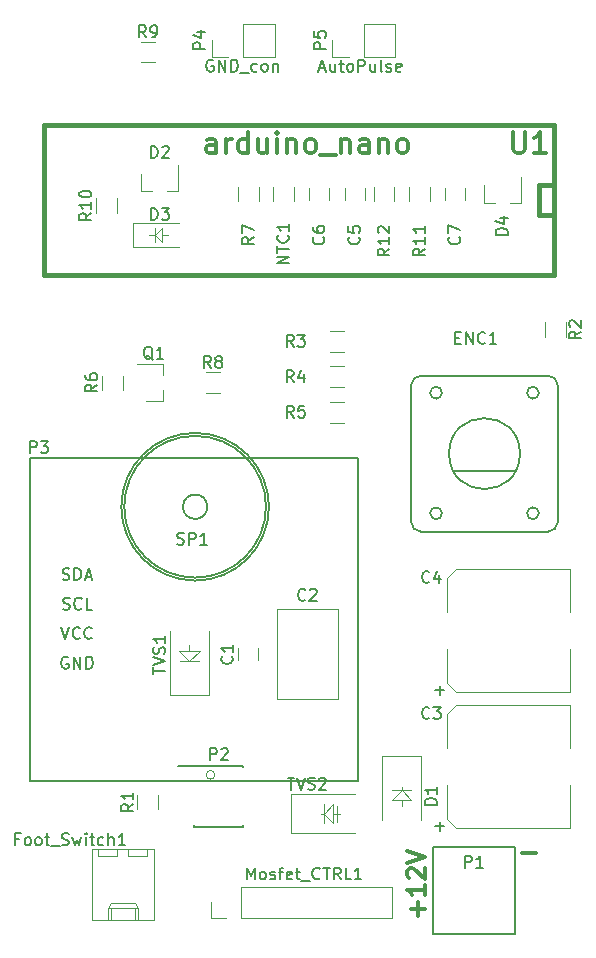
<source format=gbr>
G04 #@! TF.FileFunction,Legend,Top*
%FSLAX46Y46*%
G04 Gerber Fmt 4.6, Leading zero omitted, Abs format (unit mm)*
G04 Created by KiCad (PCBNEW 4.0.4-stable) date 08/18/21 08:25:54*
%MOMM*%
%LPD*%
G01*
G04 APERTURE LIST*
%ADD10C,0.100000*%
%ADD11C,0.300000*%
%ADD12C,0.381000*%
%ADD13C,0.120000*%
%ADD14C,0.150000*%
%ADD15C,0.200000*%
%ADD16C,0.304800*%
G04 APERTURE END LIST*
D10*
X87660555Y-117200000D02*
G75*
G03X87660555Y-117200000I-360555J0D01*
G01*
X82600000Y-71500000D02*
X82100000Y-71500000D01*
X83200000Y-71500000D02*
X83700000Y-71500000D01*
X83200000Y-72100000D02*
X82600000Y-71500000D01*
X83200000Y-70900000D02*
X83200000Y-72100000D01*
X82600000Y-71500000D02*
X83200000Y-70900000D01*
X82600000Y-72100000D02*
X82600000Y-70900000D01*
X103500000Y-118500000D02*
X103500000Y-118200000D01*
X103500000Y-119300000D02*
X103500000Y-119800000D01*
X102700000Y-119300000D02*
X103500000Y-118500000D01*
X104300000Y-119300000D02*
X102700000Y-119300000D01*
X103500000Y-118500000D02*
X104300000Y-119300000D01*
X102700000Y-118500000D02*
X104300000Y-118500000D01*
X96900000Y-120500000D02*
X96700000Y-120500000D01*
X97700000Y-120500000D02*
X98300000Y-120500000D01*
X97700000Y-121300000D02*
X96900000Y-120500000D01*
X97700000Y-119700000D02*
X97700000Y-121300000D01*
X96900000Y-120500000D02*
X97700000Y-119700000D01*
X96900000Y-119700000D02*
X96900000Y-121300000D01*
X98000000Y-121200000D02*
X98000000Y-119800000D01*
X85500000Y-106700000D02*
X85500000Y-106200000D01*
X86400000Y-106700000D02*
X85500000Y-107600000D01*
X86300000Y-106700000D02*
X86400000Y-106700000D01*
X86200000Y-106700000D02*
X86300000Y-106700000D01*
X84600000Y-106700000D02*
X86200000Y-106700000D01*
X85500000Y-107600000D02*
X84600000Y-106700000D01*
X84700000Y-107600000D02*
X86300000Y-107600000D01*
D11*
X113678572Y-123857143D02*
X114821429Y-123857143D01*
X104857143Y-129142856D02*
X104857143Y-127999999D01*
X105428571Y-128571428D02*
X104285714Y-128571428D01*
X105428571Y-126499999D02*
X105428571Y-127357142D01*
X105428571Y-126928570D02*
X103928571Y-126928570D01*
X104142857Y-127071427D01*
X104285714Y-127214285D01*
X104357143Y-127357142D01*
X104071429Y-125928571D02*
X104000000Y-125857142D01*
X103928571Y-125714285D01*
X103928571Y-125357142D01*
X104000000Y-125214285D01*
X104071429Y-125142856D01*
X104214286Y-125071428D01*
X104357143Y-125071428D01*
X104571429Y-125142856D01*
X105428571Y-125999999D01*
X105428571Y-125071428D01*
X103928571Y-124642857D02*
X105428571Y-124142857D01*
X103928571Y-123642857D01*
D12*
X116360000Y-74850000D02*
X73180000Y-74850000D01*
X73180000Y-74850000D02*
X73180000Y-62150000D01*
X73180000Y-62150000D02*
X116360000Y-62150000D01*
X116360000Y-62150000D02*
X116360000Y-74850000D01*
X116360000Y-67230000D02*
X115090000Y-67230000D01*
X115090000Y-67230000D02*
X115090000Y-69770000D01*
X115090000Y-69770000D02*
X116360000Y-69770000D01*
D13*
X90070000Y-56390000D02*
X92730000Y-56390000D01*
X92730000Y-56390000D02*
X92730000Y-53610000D01*
X92730000Y-53610000D02*
X90070000Y-53610000D01*
X90070000Y-53610000D02*
X90070000Y-56390000D01*
X88800000Y-56390000D02*
X87410000Y-56390000D01*
X87410000Y-56390000D02*
X87410000Y-55000000D01*
X100270000Y-56390000D02*
X102930000Y-56390000D01*
X102930000Y-56390000D02*
X102930000Y-53610000D01*
X102930000Y-53610000D02*
X100270000Y-53610000D01*
X100270000Y-53610000D02*
X100270000Y-56390000D01*
X99000000Y-56390000D02*
X97610000Y-56390000D01*
X97610000Y-56390000D02*
X97610000Y-55000000D01*
X77230000Y-123480000D02*
X77230000Y-129480000D01*
X77230000Y-129480000D02*
X82510000Y-129480000D01*
X82510000Y-129480000D02*
X82510000Y-123480000D01*
X82510000Y-123480000D02*
X77230000Y-123480000D01*
X78600000Y-129480000D02*
X78600000Y-128480000D01*
X78600000Y-128480000D02*
X81140000Y-128480000D01*
X81140000Y-128480000D02*
X81140000Y-129480000D01*
X78600000Y-128480000D02*
X78850000Y-128050000D01*
X78850000Y-128050000D02*
X80890000Y-128050000D01*
X80890000Y-128050000D02*
X81140000Y-128480000D01*
X78850000Y-129480000D02*
X78850000Y-128480000D01*
X80890000Y-129480000D02*
X80890000Y-128480000D01*
X77800000Y-123480000D02*
X77800000Y-124100000D01*
X77800000Y-124100000D02*
X79400000Y-124100000D01*
X79400000Y-124100000D02*
X79400000Y-123480000D01*
X80340000Y-123480000D02*
X80340000Y-124100000D01*
X80340000Y-124100000D02*
X81940000Y-124100000D01*
X81940000Y-124100000D02*
X81940000Y-123480000D01*
D14*
X106100000Y-130700000D02*
X113100000Y-130700000D01*
X113100000Y-123300000D02*
X106100000Y-123300000D01*
X113100000Y-123300000D02*
X113100000Y-130700000D01*
X106100000Y-130700000D02*
X106100000Y-123300000D01*
D13*
X102670000Y-129330000D02*
X102670000Y-126670000D01*
X89910000Y-129330000D02*
X102670000Y-129330000D01*
X89910000Y-126670000D02*
X102670000Y-126670000D01*
X89910000Y-129330000D02*
X89910000Y-126670000D01*
X88640000Y-129330000D02*
X87310000Y-129330000D01*
X87310000Y-129330000D02*
X87310000Y-128000000D01*
X92940000Y-110810000D02*
X92940000Y-103190000D01*
X98060000Y-110810000D02*
X98060000Y-103190000D01*
X92940000Y-110810000D02*
X98060000Y-110810000D01*
X92940000Y-103190000D02*
X98060000Y-103190000D01*
X107290000Y-112050000D02*
X107290000Y-114940000D01*
X107290000Y-120950000D02*
X107290000Y-118060000D01*
X117710000Y-121710000D02*
X117710000Y-118060000D01*
X117710000Y-111290000D02*
X117710000Y-114940000D01*
X117710000Y-121710000D02*
X108050000Y-121710000D01*
X108050000Y-121710000D02*
X107290000Y-120950000D01*
X107290000Y-112050000D02*
X108050000Y-111290000D01*
X108050000Y-111290000D02*
X117710000Y-111290000D01*
X105150000Y-115600000D02*
X101850000Y-115600000D01*
X101850000Y-115600000D02*
X101850000Y-121000000D01*
X105150000Y-115600000D02*
X105150000Y-121000000D01*
X81420000Y-67760000D02*
X82350000Y-67760000D01*
X84580000Y-67760000D02*
X83650000Y-67760000D01*
X84580000Y-67760000D02*
X84580000Y-65600000D01*
X81420000Y-67760000D02*
X81420000Y-66300000D01*
X80750000Y-70500000D02*
X80750000Y-72500000D01*
X80750000Y-72500000D02*
X84650000Y-72500000D01*
X80750000Y-70500000D02*
X84650000Y-70500000D01*
X110420000Y-68760000D02*
X111350000Y-68760000D01*
X113580000Y-68760000D02*
X112650000Y-68760000D01*
X113580000Y-68760000D02*
X113580000Y-66600000D01*
X110420000Y-68760000D02*
X110420000Y-67300000D01*
D15*
X115100000Y-84850000D02*
G75*
G03X115100000Y-84850000I-500000J0D01*
G01*
X106900000Y-84850000D02*
G75*
G03X106900000Y-84850000I-500000J0D01*
G01*
X106900000Y-95050000D02*
G75*
G03X106900000Y-95050000I-500000J0D01*
G01*
X115100000Y-95050000D02*
G75*
G03X115100000Y-95050000I-500000J0D01*
G01*
X116700000Y-84200000D02*
X116700000Y-95800000D01*
X104300000Y-95800000D02*
X104300000Y-84200000D01*
X115900000Y-96600000D02*
X105100000Y-96600000D01*
X115900000Y-83400000D02*
X105100000Y-83400000D01*
X115900000Y-96600000D02*
G75*
G03X116700000Y-95800000I0J800000D01*
G01*
X116700000Y-84200000D02*
G75*
G03X115900000Y-83400000I-800000J0D01*
G01*
X105100000Y-83400000D02*
G75*
G03X104300000Y-84200000I0J-800000D01*
G01*
X104300000Y-95800000D02*
G75*
G03X105100000Y-96600000I800000J0D01*
G01*
X113100000Y-91500000D02*
X107900000Y-91500000D01*
X113500000Y-90000000D02*
G75*
G03X113500000Y-90000000I-3000000J0D01*
G01*
D13*
X94380000Y-67400000D02*
X94380000Y-68600000D01*
X92620000Y-68600000D02*
X92620000Y-67400000D01*
D14*
X85925000Y-116425000D02*
X85925000Y-116475000D01*
X90075000Y-116425000D02*
X90075000Y-116570000D01*
X90075000Y-121575000D02*
X90075000Y-121430000D01*
X85925000Y-121575000D02*
X85925000Y-121430000D01*
X85925000Y-116425000D02*
X90075000Y-116425000D01*
X85925000Y-121575000D02*
X90075000Y-121575000D01*
X85925000Y-116475000D02*
X84525000Y-116475000D01*
X72000000Y-90350000D02*
X99800000Y-90350000D01*
X99800000Y-117650000D02*
X99800000Y-90350000D01*
X72000000Y-117750000D02*
X99800000Y-117750000D01*
X72000000Y-117650000D02*
X72000000Y-90350000D01*
D13*
X83260000Y-85580000D02*
X83260000Y-84650000D01*
X83260000Y-82420000D02*
X83260000Y-83350000D01*
X83260000Y-82420000D02*
X81100000Y-82420000D01*
X83260000Y-85580000D02*
X81800000Y-85580000D01*
X82880000Y-118900000D02*
X82880000Y-120100000D01*
X81120000Y-120100000D02*
X81120000Y-118900000D01*
X115620000Y-80100000D02*
X115620000Y-78900000D01*
X117380000Y-78900000D02*
X117380000Y-80100000D01*
X98600000Y-81380000D02*
X97400000Y-81380000D01*
X97400000Y-79620000D02*
X98600000Y-79620000D01*
X97400000Y-82620000D02*
X98600000Y-82620000D01*
X98600000Y-84380000D02*
X97400000Y-84380000D01*
X98600000Y-87380000D02*
X97400000Y-87380000D01*
X97400000Y-85620000D02*
X98600000Y-85620000D01*
X78120000Y-84600000D02*
X78120000Y-83400000D01*
X79880000Y-83400000D02*
X79880000Y-84600000D01*
X89620000Y-68600000D02*
X89620000Y-67400000D01*
X91380000Y-67400000D02*
X91380000Y-68600000D01*
X88100000Y-84880000D02*
X86900000Y-84880000D01*
X86900000Y-83120000D02*
X88100000Y-83120000D01*
X82600000Y-56880000D02*
X81400000Y-56880000D01*
X81400000Y-55120000D02*
X82600000Y-55120000D01*
X77620000Y-69600000D02*
X77620000Y-68400000D01*
X79380000Y-68400000D02*
X79380000Y-69600000D01*
X104120000Y-68600000D02*
X104120000Y-67400000D01*
X105880000Y-67400000D02*
X105880000Y-68600000D01*
X102880000Y-67400000D02*
X102880000Y-68600000D01*
X101120000Y-68600000D02*
X101120000Y-67400000D01*
D14*
X87030776Y-94500000D02*
G75*
G03X87030776Y-94500000I-1030776J0D01*
G01*
X92250000Y-94500000D02*
G75*
G03X92250000Y-94500000I-6250000J0D01*
G01*
X92000000Y-94500000D02*
G75*
G03X92000000Y-94500000I-6000000J0D01*
G01*
D13*
X83850000Y-110400000D02*
X87150000Y-110400000D01*
X87150000Y-110400000D02*
X87150000Y-105000000D01*
X83850000Y-110400000D02*
X83850000Y-105000000D01*
X94100000Y-118850000D02*
X94100000Y-122150000D01*
X94100000Y-122150000D02*
X99500000Y-122150000D01*
X94100000Y-118850000D02*
X99500000Y-118850000D01*
X89650000Y-106500000D02*
X89650000Y-107500000D01*
X91350000Y-107500000D02*
X91350000Y-106500000D01*
X107290000Y-100550000D02*
X107290000Y-103440000D01*
X107290000Y-109450000D02*
X107290000Y-106560000D01*
X117710000Y-110210000D02*
X117710000Y-106560000D01*
X117710000Y-99790000D02*
X117710000Y-103440000D01*
X117710000Y-110210000D02*
X108050000Y-110210000D01*
X108050000Y-110210000D02*
X107290000Y-109450000D01*
X107290000Y-100550000D02*
X108050000Y-99790000D01*
X108050000Y-99790000D02*
X117710000Y-99790000D01*
X98650000Y-67500000D02*
X98650000Y-68500000D01*
X100350000Y-68500000D02*
X100350000Y-67500000D01*
X95650000Y-67500000D02*
X95650000Y-68500000D01*
X97350000Y-68500000D02*
X97350000Y-67500000D01*
X107150000Y-67500000D02*
X107150000Y-68500000D01*
X108850000Y-68500000D02*
X108850000Y-67500000D01*
D16*
X112895333Y-62776333D02*
X112895333Y-64215667D01*
X112980000Y-64385000D01*
X113064667Y-64469667D01*
X113234000Y-64554333D01*
X113572667Y-64554333D01*
X113742000Y-64469667D01*
X113826667Y-64385000D01*
X113911333Y-64215667D01*
X113911333Y-62776333D01*
X115689334Y-64554333D02*
X114673334Y-64554333D01*
X115181334Y-64554333D02*
X115181334Y-62776333D01*
X115012000Y-63030333D01*
X114842667Y-63199667D01*
X114673334Y-63284333D01*
X87795331Y-64554333D02*
X87795331Y-63623000D01*
X87710665Y-63453667D01*
X87541331Y-63369000D01*
X87202665Y-63369000D01*
X87033331Y-63453667D01*
X87795331Y-64469667D02*
X87625998Y-64554333D01*
X87202665Y-64554333D01*
X87033331Y-64469667D01*
X86948665Y-64300333D01*
X86948665Y-64131000D01*
X87033331Y-63961667D01*
X87202665Y-63877000D01*
X87625998Y-63877000D01*
X87795331Y-63792333D01*
X88641998Y-64554333D02*
X88641998Y-63369000D01*
X88641998Y-63707667D02*
X88726665Y-63538333D01*
X88811332Y-63453667D01*
X88980665Y-63369000D01*
X89149998Y-63369000D01*
X90504665Y-64554333D02*
X90504665Y-62776333D01*
X90504665Y-64469667D02*
X90335332Y-64554333D01*
X89996665Y-64554333D01*
X89827332Y-64469667D01*
X89742665Y-64385000D01*
X89657999Y-64215667D01*
X89657999Y-63707667D01*
X89742665Y-63538333D01*
X89827332Y-63453667D01*
X89996665Y-63369000D01*
X90335332Y-63369000D01*
X90504665Y-63453667D01*
X92113332Y-63369000D02*
X92113332Y-64554333D01*
X91351332Y-63369000D02*
X91351332Y-64300333D01*
X91435999Y-64469667D01*
X91605332Y-64554333D01*
X91859332Y-64554333D01*
X92028666Y-64469667D01*
X92113332Y-64385000D01*
X92959999Y-64554333D02*
X92959999Y-63369000D01*
X92959999Y-62776333D02*
X92875333Y-62861000D01*
X92959999Y-62945667D01*
X93044666Y-62861000D01*
X92959999Y-62776333D01*
X92959999Y-62945667D01*
X93806666Y-63369000D02*
X93806666Y-64554333D01*
X93806666Y-63538333D02*
X93891333Y-63453667D01*
X94060666Y-63369000D01*
X94314666Y-63369000D01*
X94484000Y-63453667D01*
X94568666Y-63623000D01*
X94568666Y-64554333D01*
X95669333Y-64554333D02*
X95500000Y-64469667D01*
X95415333Y-64385000D01*
X95330667Y-64215667D01*
X95330667Y-63707667D01*
X95415333Y-63538333D01*
X95500000Y-63453667D01*
X95669333Y-63369000D01*
X95923333Y-63369000D01*
X96092667Y-63453667D01*
X96177333Y-63538333D01*
X96262000Y-63707667D01*
X96262000Y-64215667D01*
X96177333Y-64385000D01*
X96092667Y-64469667D01*
X95923333Y-64554333D01*
X95669333Y-64554333D01*
X96600667Y-64723667D02*
X97955334Y-64723667D01*
X98378667Y-63369000D02*
X98378667Y-64554333D01*
X98378667Y-63538333D02*
X98463334Y-63453667D01*
X98632667Y-63369000D01*
X98886667Y-63369000D01*
X99056001Y-63453667D01*
X99140667Y-63623000D01*
X99140667Y-64554333D01*
X100749334Y-64554333D02*
X100749334Y-63623000D01*
X100664668Y-63453667D01*
X100495334Y-63369000D01*
X100156668Y-63369000D01*
X99987334Y-63453667D01*
X100749334Y-64469667D02*
X100580001Y-64554333D01*
X100156668Y-64554333D01*
X99987334Y-64469667D01*
X99902668Y-64300333D01*
X99902668Y-64131000D01*
X99987334Y-63961667D01*
X100156668Y-63877000D01*
X100580001Y-63877000D01*
X100749334Y-63792333D01*
X101596001Y-63369000D02*
X101596001Y-64554333D01*
X101596001Y-63538333D02*
X101680668Y-63453667D01*
X101850001Y-63369000D01*
X102104001Y-63369000D01*
X102273335Y-63453667D01*
X102358001Y-63623000D01*
X102358001Y-64554333D01*
X103458668Y-64554333D02*
X103289335Y-64469667D01*
X103204668Y-64385000D01*
X103120002Y-64215667D01*
X103120002Y-63707667D01*
X103204668Y-63538333D01*
X103289335Y-63453667D01*
X103458668Y-63369000D01*
X103712668Y-63369000D01*
X103882002Y-63453667D01*
X103966668Y-63538333D01*
X104051335Y-63707667D01*
X104051335Y-64215667D01*
X103966668Y-64385000D01*
X103882002Y-64469667D01*
X103712668Y-64554333D01*
X103458668Y-64554333D01*
D14*
X86862381Y-55738095D02*
X85862381Y-55738095D01*
X85862381Y-55357142D01*
X85910000Y-55261904D01*
X85957619Y-55214285D01*
X86052857Y-55166666D01*
X86195714Y-55166666D01*
X86290952Y-55214285D01*
X86338571Y-55261904D01*
X86386190Y-55357142D01*
X86386190Y-55738095D01*
X86195714Y-54309523D02*
X86862381Y-54309523D01*
X85814762Y-54547619D02*
X86529048Y-54785714D01*
X86529048Y-54166666D01*
X87523810Y-56700000D02*
X87428572Y-56652381D01*
X87285715Y-56652381D01*
X87142857Y-56700000D01*
X87047619Y-56795238D01*
X87000000Y-56890476D01*
X86952381Y-57080952D01*
X86952381Y-57223810D01*
X87000000Y-57414286D01*
X87047619Y-57509524D01*
X87142857Y-57604762D01*
X87285715Y-57652381D01*
X87380953Y-57652381D01*
X87523810Y-57604762D01*
X87571429Y-57557143D01*
X87571429Y-57223810D01*
X87380953Y-57223810D01*
X88000000Y-57652381D02*
X88000000Y-56652381D01*
X88571429Y-57652381D01*
X88571429Y-56652381D01*
X89047619Y-57652381D02*
X89047619Y-56652381D01*
X89285714Y-56652381D01*
X89428572Y-56700000D01*
X89523810Y-56795238D01*
X89571429Y-56890476D01*
X89619048Y-57080952D01*
X89619048Y-57223810D01*
X89571429Y-57414286D01*
X89523810Y-57509524D01*
X89428572Y-57604762D01*
X89285714Y-57652381D01*
X89047619Y-57652381D01*
X89809524Y-57747619D02*
X90571429Y-57747619D01*
X91238096Y-57604762D02*
X91142858Y-57652381D01*
X90952381Y-57652381D01*
X90857143Y-57604762D01*
X90809524Y-57557143D01*
X90761905Y-57461905D01*
X90761905Y-57176190D01*
X90809524Y-57080952D01*
X90857143Y-57033333D01*
X90952381Y-56985714D01*
X91142858Y-56985714D01*
X91238096Y-57033333D01*
X91809524Y-57652381D02*
X91714286Y-57604762D01*
X91666667Y-57557143D01*
X91619048Y-57461905D01*
X91619048Y-57176190D01*
X91666667Y-57080952D01*
X91714286Y-57033333D01*
X91809524Y-56985714D01*
X91952382Y-56985714D01*
X92047620Y-57033333D01*
X92095239Y-57080952D01*
X92142858Y-57176190D01*
X92142858Y-57461905D01*
X92095239Y-57557143D01*
X92047620Y-57604762D01*
X91952382Y-57652381D01*
X91809524Y-57652381D01*
X92571429Y-56985714D02*
X92571429Y-57652381D01*
X92571429Y-57080952D02*
X92619048Y-57033333D01*
X92714286Y-56985714D01*
X92857144Y-56985714D01*
X92952382Y-57033333D01*
X93000001Y-57128571D01*
X93000001Y-57652381D01*
X97062381Y-55738095D02*
X96062381Y-55738095D01*
X96062381Y-55357142D01*
X96110000Y-55261904D01*
X96157619Y-55214285D01*
X96252857Y-55166666D01*
X96395714Y-55166666D01*
X96490952Y-55214285D01*
X96538571Y-55261904D01*
X96586190Y-55357142D01*
X96586190Y-55738095D01*
X96062381Y-54261904D02*
X96062381Y-54738095D01*
X96538571Y-54785714D01*
X96490952Y-54738095D01*
X96443333Y-54642857D01*
X96443333Y-54404761D01*
X96490952Y-54309523D01*
X96538571Y-54261904D01*
X96633810Y-54214285D01*
X96871905Y-54214285D01*
X96967143Y-54261904D01*
X97014762Y-54309523D01*
X97062381Y-54404761D01*
X97062381Y-54642857D01*
X97014762Y-54738095D01*
X96967143Y-54785714D01*
X96523809Y-57366667D02*
X97000000Y-57366667D01*
X96428571Y-57652381D02*
X96761904Y-56652381D01*
X97095238Y-57652381D01*
X97857143Y-56985714D02*
X97857143Y-57652381D01*
X97428571Y-56985714D02*
X97428571Y-57509524D01*
X97476190Y-57604762D01*
X97571428Y-57652381D01*
X97714286Y-57652381D01*
X97809524Y-57604762D01*
X97857143Y-57557143D01*
X98190476Y-56985714D02*
X98571428Y-56985714D01*
X98333333Y-56652381D02*
X98333333Y-57509524D01*
X98380952Y-57604762D01*
X98476190Y-57652381D01*
X98571428Y-57652381D01*
X99047619Y-57652381D02*
X98952381Y-57604762D01*
X98904762Y-57557143D01*
X98857143Y-57461905D01*
X98857143Y-57176190D01*
X98904762Y-57080952D01*
X98952381Y-57033333D01*
X99047619Y-56985714D01*
X99190477Y-56985714D01*
X99285715Y-57033333D01*
X99333334Y-57080952D01*
X99380953Y-57176190D01*
X99380953Y-57461905D01*
X99333334Y-57557143D01*
X99285715Y-57604762D01*
X99190477Y-57652381D01*
X99047619Y-57652381D01*
X99809524Y-57652381D02*
X99809524Y-56652381D01*
X100190477Y-56652381D01*
X100285715Y-56700000D01*
X100333334Y-56747619D01*
X100380953Y-56842857D01*
X100380953Y-56985714D01*
X100333334Y-57080952D01*
X100285715Y-57128571D01*
X100190477Y-57176190D01*
X99809524Y-57176190D01*
X101238096Y-56985714D02*
X101238096Y-57652381D01*
X100809524Y-56985714D02*
X100809524Y-57509524D01*
X100857143Y-57604762D01*
X100952381Y-57652381D01*
X101095239Y-57652381D01*
X101190477Y-57604762D01*
X101238096Y-57557143D01*
X101857143Y-57652381D02*
X101761905Y-57604762D01*
X101714286Y-57509524D01*
X101714286Y-56652381D01*
X102190477Y-57604762D02*
X102285715Y-57652381D01*
X102476191Y-57652381D01*
X102571430Y-57604762D01*
X102619049Y-57509524D01*
X102619049Y-57461905D01*
X102571430Y-57366667D01*
X102476191Y-57319048D01*
X102333334Y-57319048D01*
X102238096Y-57271429D01*
X102190477Y-57176190D01*
X102190477Y-57128571D01*
X102238096Y-57033333D01*
X102333334Y-56985714D01*
X102476191Y-56985714D01*
X102571430Y-57033333D01*
X103428573Y-57604762D02*
X103333335Y-57652381D01*
X103142858Y-57652381D01*
X103047620Y-57604762D01*
X103000001Y-57509524D01*
X103000001Y-57128571D01*
X103047620Y-57033333D01*
X103142858Y-56985714D01*
X103333335Y-56985714D01*
X103428573Y-57033333D01*
X103476192Y-57128571D01*
X103476192Y-57223810D01*
X103000001Y-57319048D01*
X71090476Y-122628571D02*
X70757142Y-122628571D01*
X70757142Y-123152381D02*
X70757142Y-122152381D01*
X71233333Y-122152381D01*
X71757142Y-123152381D02*
X71661904Y-123104762D01*
X71614285Y-123057143D01*
X71566666Y-122961905D01*
X71566666Y-122676190D01*
X71614285Y-122580952D01*
X71661904Y-122533333D01*
X71757142Y-122485714D01*
X71900000Y-122485714D01*
X71995238Y-122533333D01*
X72042857Y-122580952D01*
X72090476Y-122676190D01*
X72090476Y-122961905D01*
X72042857Y-123057143D01*
X71995238Y-123104762D01*
X71900000Y-123152381D01*
X71757142Y-123152381D01*
X72661904Y-123152381D02*
X72566666Y-123104762D01*
X72519047Y-123057143D01*
X72471428Y-122961905D01*
X72471428Y-122676190D01*
X72519047Y-122580952D01*
X72566666Y-122533333D01*
X72661904Y-122485714D01*
X72804762Y-122485714D01*
X72900000Y-122533333D01*
X72947619Y-122580952D01*
X72995238Y-122676190D01*
X72995238Y-122961905D01*
X72947619Y-123057143D01*
X72900000Y-123104762D01*
X72804762Y-123152381D01*
X72661904Y-123152381D01*
X73280952Y-122485714D02*
X73661904Y-122485714D01*
X73423809Y-122152381D02*
X73423809Y-123009524D01*
X73471428Y-123104762D01*
X73566666Y-123152381D01*
X73661904Y-123152381D01*
X73757143Y-123247619D02*
X74519048Y-123247619D01*
X74709524Y-123104762D02*
X74852381Y-123152381D01*
X75090477Y-123152381D01*
X75185715Y-123104762D01*
X75233334Y-123057143D01*
X75280953Y-122961905D01*
X75280953Y-122866667D01*
X75233334Y-122771429D01*
X75185715Y-122723810D01*
X75090477Y-122676190D01*
X74900000Y-122628571D01*
X74804762Y-122580952D01*
X74757143Y-122533333D01*
X74709524Y-122438095D01*
X74709524Y-122342857D01*
X74757143Y-122247619D01*
X74804762Y-122200000D01*
X74900000Y-122152381D01*
X75138096Y-122152381D01*
X75280953Y-122200000D01*
X75614286Y-122485714D02*
X75804762Y-123152381D01*
X75995239Y-122676190D01*
X76185715Y-123152381D01*
X76376191Y-122485714D01*
X76757143Y-123152381D02*
X76757143Y-122485714D01*
X76757143Y-122152381D02*
X76709524Y-122200000D01*
X76757143Y-122247619D01*
X76804762Y-122200000D01*
X76757143Y-122152381D01*
X76757143Y-122247619D01*
X77090476Y-122485714D02*
X77471428Y-122485714D01*
X77233333Y-122152381D02*
X77233333Y-123009524D01*
X77280952Y-123104762D01*
X77376190Y-123152381D01*
X77471428Y-123152381D01*
X78233334Y-123104762D02*
X78138096Y-123152381D01*
X77947619Y-123152381D01*
X77852381Y-123104762D01*
X77804762Y-123057143D01*
X77757143Y-122961905D01*
X77757143Y-122676190D01*
X77804762Y-122580952D01*
X77852381Y-122533333D01*
X77947619Y-122485714D01*
X78138096Y-122485714D01*
X78233334Y-122533333D01*
X78661905Y-123152381D02*
X78661905Y-122152381D01*
X79090477Y-123152381D02*
X79090477Y-122628571D01*
X79042858Y-122533333D01*
X78947620Y-122485714D01*
X78804762Y-122485714D01*
X78709524Y-122533333D01*
X78661905Y-122580952D01*
X80090477Y-123152381D02*
X79519048Y-123152381D01*
X79804762Y-123152381D02*
X79804762Y-122152381D01*
X79709524Y-122295238D01*
X79614286Y-122390476D01*
X79519048Y-122438095D01*
X108861905Y-125052381D02*
X108861905Y-124052381D01*
X109242858Y-124052381D01*
X109338096Y-124100000D01*
X109385715Y-124147619D01*
X109433334Y-124242857D01*
X109433334Y-124385714D01*
X109385715Y-124480952D01*
X109338096Y-124528571D01*
X109242858Y-124576190D01*
X108861905Y-124576190D01*
X110385715Y-125052381D02*
X109814286Y-125052381D01*
X110100000Y-125052381D02*
X110100000Y-124052381D01*
X110004762Y-124195238D01*
X109909524Y-124290476D01*
X109814286Y-124338095D01*
X90366666Y-126052381D02*
X90366666Y-125052381D01*
X90700000Y-125766667D01*
X91033333Y-125052381D01*
X91033333Y-126052381D01*
X91652380Y-126052381D02*
X91557142Y-126004762D01*
X91509523Y-125957143D01*
X91461904Y-125861905D01*
X91461904Y-125576190D01*
X91509523Y-125480952D01*
X91557142Y-125433333D01*
X91652380Y-125385714D01*
X91795238Y-125385714D01*
X91890476Y-125433333D01*
X91938095Y-125480952D01*
X91985714Y-125576190D01*
X91985714Y-125861905D01*
X91938095Y-125957143D01*
X91890476Y-126004762D01*
X91795238Y-126052381D01*
X91652380Y-126052381D01*
X92366666Y-126004762D02*
X92461904Y-126052381D01*
X92652380Y-126052381D01*
X92747619Y-126004762D01*
X92795238Y-125909524D01*
X92795238Y-125861905D01*
X92747619Y-125766667D01*
X92652380Y-125719048D01*
X92509523Y-125719048D01*
X92414285Y-125671429D01*
X92366666Y-125576190D01*
X92366666Y-125528571D01*
X92414285Y-125433333D01*
X92509523Y-125385714D01*
X92652380Y-125385714D01*
X92747619Y-125433333D01*
X93080952Y-125385714D02*
X93461904Y-125385714D01*
X93223809Y-126052381D02*
X93223809Y-125195238D01*
X93271428Y-125100000D01*
X93366666Y-125052381D01*
X93461904Y-125052381D01*
X94176191Y-126004762D02*
X94080953Y-126052381D01*
X93890476Y-126052381D01*
X93795238Y-126004762D01*
X93747619Y-125909524D01*
X93747619Y-125528571D01*
X93795238Y-125433333D01*
X93890476Y-125385714D01*
X94080953Y-125385714D01*
X94176191Y-125433333D01*
X94223810Y-125528571D01*
X94223810Y-125623810D01*
X93747619Y-125719048D01*
X94509524Y-125385714D02*
X94890476Y-125385714D01*
X94652381Y-125052381D02*
X94652381Y-125909524D01*
X94700000Y-126004762D01*
X94795238Y-126052381D01*
X94890476Y-126052381D01*
X94985715Y-126147619D02*
X95747620Y-126147619D01*
X96557144Y-125957143D02*
X96509525Y-126004762D01*
X96366668Y-126052381D01*
X96271430Y-126052381D01*
X96128572Y-126004762D01*
X96033334Y-125909524D01*
X95985715Y-125814286D01*
X95938096Y-125623810D01*
X95938096Y-125480952D01*
X95985715Y-125290476D01*
X96033334Y-125195238D01*
X96128572Y-125100000D01*
X96271430Y-125052381D01*
X96366668Y-125052381D01*
X96509525Y-125100000D01*
X96557144Y-125147619D01*
X96842858Y-125052381D02*
X97414287Y-125052381D01*
X97128572Y-126052381D02*
X97128572Y-125052381D01*
X98319049Y-126052381D02*
X97985715Y-125576190D01*
X97747620Y-126052381D02*
X97747620Y-125052381D01*
X98128573Y-125052381D01*
X98223811Y-125100000D01*
X98271430Y-125147619D01*
X98319049Y-125242857D01*
X98319049Y-125385714D01*
X98271430Y-125480952D01*
X98223811Y-125528571D01*
X98128573Y-125576190D01*
X97747620Y-125576190D01*
X99223811Y-126052381D02*
X98747620Y-126052381D01*
X98747620Y-125052381D01*
X100080954Y-126052381D02*
X99509525Y-126052381D01*
X99795239Y-126052381D02*
X99795239Y-125052381D01*
X99700001Y-125195238D01*
X99604763Y-125290476D01*
X99509525Y-125338095D01*
X95333334Y-102357143D02*
X95285715Y-102404762D01*
X95142858Y-102452381D01*
X95047620Y-102452381D01*
X94904762Y-102404762D01*
X94809524Y-102309524D01*
X94761905Y-102214286D01*
X94714286Y-102023810D01*
X94714286Y-101880952D01*
X94761905Y-101690476D01*
X94809524Y-101595238D01*
X94904762Y-101500000D01*
X95047620Y-101452381D01*
X95142858Y-101452381D01*
X95285715Y-101500000D01*
X95333334Y-101547619D01*
X95714286Y-101547619D02*
X95761905Y-101500000D01*
X95857143Y-101452381D01*
X96095239Y-101452381D01*
X96190477Y-101500000D01*
X96238096Y-101547619D01*
X96285715Y-101642857D01*
X96285715Y-101738095D01*
X96238096Y-101880952D01*
X95666667Y-102452381D01*
X96285715Y-102452381D01*
X105833334Y-112357143D02*
X105785715Y-112404762D01*
X105642858Y-112452381D01*
X105547620Y-112452381D01*
X105404762Y-112404762D01*
X105309524Y-112309524D01*
X105261905Y-112214286D01*
X105214286Y-112023810D01*
X105214286Y-111880952D01*
X105261905Y-111690476D01*
X105309524Y-111595238D01*
X105404762Y-111500000D01*
X105547620Y-111452381D01*
X105642858Y-111452381D01*
X105785715Y-111500000D01*
X105833334Y-111547619D01*
X106166667Y-111452381D02*
X106785715Y-111452381D01*
X106452381Y-111833333D01*
X106595239Y-111833333D01*
X106690477Y-111880952D01*
X106738096Y-111928571D01*
X106785715Y-112023810D01*
X106785715Y-112261905D01*
X106738096Y-112357143D01*
X106690477Y-112404762D01*
X106595239Y-112452381D01*
X106309524Y-112452381D01*
X106214286Y-112404762D01*
X106166667Y-112357143D01*
X106339048Y-121541429D02*
X107100953Y-121541429D01*
X106720001Y-121922381D02*
X106720001Y-121160476D01*
X106452381Y-119738095D02*
X105452381Y-119738095D01*
X105452381Y-119500000D01*
X105500000Y-119357142D01*
X105595238Y-119261904D01*
X105690476Y-119214285D01*
X105880952Y-119166666D01*
X106023810Y-119166666D01*
X106214286Y-119214285D01*
X106309524Y-119261904D01*
X106404762Y-119357142D01*
X106452381Y-119500000D01*
X106452381Y-119738095D01*
X106452381Y-118214285D02*
X106452381Y-118785714D01*
X106452381Y-118500000D02*
X105452381Y-118500000D01*
X105595238Y-118595238D01*
X105690476Y-118690476D01*
X105738095Y-118785714D01*
X82261905Y-64952381D02*
X82261905Y-63952381D01*
X82500000Y-63952381D01*
X82642858Y-64000000D01*
X82738096Y-64095238D01*
X82785715Y-64190476D01*
X82833334Y-64380952D01*
X82833334Y-64523810D01*
X82785715Y-64714286D01*
X82738096Y-64809524D01*
X82642858Y-64904762D01*
X82500000Y-64952381D01*
X82261905Y-64952381D01*
X83214286Y-64047619D02*
X83261905Y-64000000D01*
X83357143Y-63952381D01*
X83595239Y-63952381D01*
X83690477Y-64000000D01*
X83738096Y-64047619D01*
X83785715Y-64142857D01*
X83785715Y-64238095D01*
X83738096Y-64380952D01*
X83166667Y-64952381D01*
X83785715Y-64952381D01*
X82261905Y-70202381D02*
X82261905Y-69202381D01*
X82500000Y-69202381D01*
X82642858Y-69250000D01*
X82738096Y-69345238D01*
X82785715Y-69440476D01*
X82833334Y-69630952D01*
X82833334Y-69773810D01*
X82785715Y-69964286D01*
X82738096Y-70059524D01*
X82642858Y-70154762D01*
X82500000Y-70202381D01*
X82261905Y-70202381D01*
X83166667Y-69202381D02*
X83785715Y-69202381D01*
X83452381Y-69583333D01*
X83595239Y-69583333D01*
X83690477Y-69630952D01*
X83738096Y-69678571D01*
X83785715Y-69773810D01*
X83785715Y-70011905D01*
X83738096Y-70107143D01*
X83690477Y-70154762D01*
X83595239Y-70202381D01*
X83309524Y-70202381D01*
X83214286Y-70154762D01*
X83166667Y-70107143D01*
X112452381Y-71488095D02*
X111452381Y-71488095D01*
X111452381Y-71250000D01*
X111500000Y-71107142D01*
X111595238Y-71011904D01*
X111690476Y-70964285D01*
X111880952Y-70916666D01*
X112023810Y-70916666D01*
X112214286Y-70964285D01*
X112309524Y-71011904D01*
X112404762Y-71107142D01*
X112452381Y-71250000D01*
X112452381Y-71488095D01*
X111785714Y-70059523D02*
X112452381Y-70059523D01*
X111404762Y-70297619D02*
X112119048Y-70535714D01*
X112119048Y-69916666D01*
D15*
X108035714Y-80178571D02*
X108369048Y-80178571D01*
X108511905Y-80702381D02*
X108035714Y-80702381D01*
X108035714Y-79702381D01*
X108511905Y-79702381D01*
X108940476Y-80702381D02*
X108940476Y-79702381D01*
X109511905Y-80702381D01*
X109511905Y-79702381D01*
X110559524Y-80607143D02*
X110511905Y-80654762D01*
X110369048Y-80702381D01*
X110273810Y-80702381D01*
X110130952Y-80654762D01*
X110035714Y-80559524D01*
X109988095Y-80464286D01*
X109940476Y-80273810D01*
X109940476Y-80130952D01*
X109988095Y-79940476D01*
X110035714Y-79845238D01*
X110130952Y-79750000D01*
X110273810Y-79702381D01*
X110369048Y-79702381D01*
X110511905Y-79750000D01*
X110559524Y-79797619D01*
X111511905Y-80702381D02*
X110940476Y-80702381D01*
X111226190Y-80702381D02*
X111226190Y-79702381D01*
X111130952Y-79845238D01*
X111035714Y-79940476D01*
X110940476Y-79988095D01*
D14*
X93952381Y-73892857D02*
X92952381Y-73892857D01*
X93952381Y-73321428D01*
X92952381Y-73321428D01*
X92952381Y-72988095D02*
X92952381Y-72416666D01*
X93952381Y-72702381D02*
X92952381Y-72702381D01*
X93857143Y-71511904D02*
X93904762Y-71559523D01*
X93952381Y-71702380D01*
X93952381Y-71797618D01*
X93904762Y-71940476D01*
X93809524Y-72035714D01*
X93714286Y-72083333D01*
X93523810Y-72130952D01*
X93380952Y-72130952D01*
X93190476Y-72083333D01*
X93095238Y-72035714D01*
X93000000Y-71940476D01*
X92952381Y-71797618D01*
X92952381Y-71702380D01*
X93000000Y-71559523D01*
X93047619Y-71511904D01*
X93952381Y-70559523D02*
X93952381Y-71130952D01*
X93952381Y-70845238D02*
X92952381Y-70845238D01*
X93095238Y-70940476D01*
X93190476Y-71035714D01*
X93238095Y-71130952D01*
X87261905Y-115952381D02*
X87261905Y-114952381D01*
X87642858Y-114952381D01*
X87738096Y-115000000D01*
X87785715Y-115047619D01*
X87833334Y-115142857D01*
X87833334Y-115285714D01*
X87785715Y-115380952D01*
X87738096Y-115428571D01*
X87642858Y-115476190D01*
X87261905Y-115476190D01*
X88214286Y-115047619D02*
X88261905Y-115000000D01*
X88357143Y-114952381D01*
X88595239Y-114952381D01*
X88690477Y-115000000D01*
X88738096Y-115047619D01*
X88785715Y-115142857D01*
X88785715Y-115238095D01*
X88738096Y-115380952D01*
X88166667Y-115952381D01*
X88785715Y-115952381D01*
X72011905Y-89952381D02*
X72011905Y-88952381D01*
X72392858Y-88952381D01*
X72488096Y-89000000D01*
X72535715Y-89047619D01*
X72583334Y-89142857D01*
X72583334Y-89285714D01*
X72535715Y-89380952D01*
X72488096Y-89428571D01*
X72392858Y-89476190D01*
X72011905Y-89476190D01*
X72916667Y-88952381D02*
X73535715Y-88952381D01*
X73202381Y-89333333D01*
X73345239Y-89333333D01*
X73440477Y-89380952D01*
X73488096Y-89428571D01*
X73535715Y-89523810D01*
X73535715Y-89761905D01*
X73488096Y-89857143D01*
X73440477Y-89904762D01*
X73345239Y-89952381D01*
X73059524Y-89952381D01*
X72964286Y-89904762D01*
X72916667Y-89857143D01*
X74785714Y-100654762D02*
X74928571Y-100702381D01*
X75166667Y-100702381D01*
X75261905Y-100654762D01*
X75309524Y-100607143D01*
X75357143Y-100511905D01*
X75357143Y-100416667D01*
X75309524Y-100321429D01*
X75261905Y-100273810D01*
X75166667Y-100226190D01*
X74976190Y-100178571D01*
X74880952Y-100130952D01*
X74833333Y-100083333D01*
X74785714Y-99988095D01*
X74785714Y-99892857D01*
X74833333Y-99797619D01*
X74880952Y-99750000D01*
X74976190Y-99702381D01*
X75214286Y-99702381D01*
X75357143Y-99750000D01*
X75785714Y-100702381D02*
X75785714Y-99702381D01*
X76023809Y-99702381D01*
X76166667Y-99750000D01*
X76261905Y-99845238D01*
X76309524Y-99940476D01*
X76357143Y-100130952D01*
X76357143Y-100273810D01*
X76309524Y-100464286D01*
X76261905Y-100559524D01*
X76166667Y-100654762D01*
X76023809Y-100702381D01*
X75785714Y-100702381D01*
X76738095Y-100416667D02*
X77214286Y-100416667D01*
X76642857Y-100702381D02*
X76976190Y-99702381D01*
X77309524Y-100702381D01*
X74809524Y-103154762D02*
X74952381Y-103202381D01*
X75190477Y-103202381D01*
X75285715Y-103154762D01*
X75333334Y-103107143D01*
X75380953Y-103011905D01*
X75380953Y-102916667D01*
X75333334Y-102821429D01*
X75285715Y-102773810D01*
X75190477Y-102726190D01*
X75000000Y-102678571D01*
X74904762Y-102630952D01*
X74857143Y-102583333D01*
X74809524Y-102488095D01*
X74809524Y-102392857D01*
X74857143Y-102297619D01*
X74904762Y-102250000D01*
X75000000Y-102202381D01*
X75238096Y-102202381D01*
X75380953Y-102250000D01*
X76380953Y-103107143D02*
X76333334Y-103154762D01*
X76190477Y-103202381D01*
X76095239Y-103202381D01*
X75952381Y-103154762D01*
X75857143Y-103059524D01*
X75809524Y-102964286D01*
X75761905Y-102773810D01*
X75761905Y-102630952D01*
X75809524Y-102440476D01*
X75857143Y-102345238D01*
X75952381Y-102250000D01*
X76095239Y-102202381D01*
X76190477Y-102202381D01*
X76333334Y-102250000D01*
X76380953Y-102297619D01*
X77285715Y-103202381D02*
X76809524Y-103202381D01*
X76809524Y-102202381D01*
X75238096Y-107250000D02*
X75142858Y-107202381D01*
X75000001Y-107202381D01*
X74857143Y-107250000D01*
X74761905Y-107345238D01*
X74714286Y-107440476D01*
X74666667Y-107630952D01*
X74666667Y-107773810D01*
X74714286Y-107964286D01*
X74761905Y-108059524D01*
X74857143Y-108154762D01*
X75000001Y-108202381D01*
X75095239Y-108202381D01*
X75238096Y-108154762D01*
X75285715Y-108107143D01*
X75285715Y-107773810D01*
X75095239Y-107773810D01*
X75714286Y-108202381D02*
X75714286Y-107202381D01*
X76285715Y-108202381D01*
X76285715Y-107202381D01*
X76761905Y-108202381D02*
X76761905Y-107202381D01*
X77000000Y-107202381D01*
X77142858Y-107250000D01*
X77238096Y-107345238D01*
X77285715Y-107440476D01*
X77333334Y-107630952D01*
X77333334Y-107773810D01*
X77285715Y-107964286D01*
X77238096Y-108059524D01*
X77142858Y-108154762D01*
X77000000Y-108202381D01*
X76761905Y-108202381D01*
X74666667Y-104702381D02*
X75000000Y-105702381D01*
X75333334Y-104702381D01*
X76238096Y-105607143D02*
X76190477Y-105654762D01*
X76047620Y-105702381D01*
X75952382Y-105702381D01*
X75809524Y-105654762D01*
X75714286Y-105559524D01*
X75666667Y-105464286D01*
X75619048Y-105273810D01*
X75619048Y-105130952D01*
X75666667Y-104940476D01*
X75714286Y-104845238D01*
X75809524Y-104750000D01*
X75952382Y-104702381D01*
X76047620Y-104702381D01*
X76190477Y-104750000D01*
X76238096Y-104797619D01*
X77238096Y-105607143D02*
X77190477Y-105654762D01*
X77047620Y-105702381D01*
X76952382Y-105702381D01*
X76809524Y-105654762D01*
X76714286Y-105559524D01*
X76666667Y-105464286D01*
X76619048Y-105273810D01*
X76619048Y-105130952D01*
X76666667Y-104940476D01*
X76714286Y-104845238D01*
X76809524Y-104750000D01*
X76952382Y-104702381D01*
X77047620Y-104702381D01*
X77190477Y-104750000D01*
X77238096Y-104797619D01*
X82404762Y-82047619D02*
X82309524Y-82000000D01*
X82214286Y-81904762D01*
X82071429Y-81761905D01*
X81976190Y-81714286D01*
X81880952Y-81714286D01*
X81928571Y-81952381D02*
X81833333Y-81904762D01*
X81738095Y-81809524D01*
X81690476Y-81619048D01*
X81690476Y-81285714D01*
X81738095Y-81095238D01*
X81833333Y-81000000D01*
X81928571Y-80952381D01*
X82119048Y-80952381D01*
X82214286Y-81000000D01*
X82309524Y-81095238D01*
X82357143Y-81285714D01*
X82357143Y-81619048D01*
X82309524Y-81809524D01*
X82214286Y-81904762D01*
X82119048Y-81952381D01*
X81928571Y-81952381D01*
X83309524Y-81952381D02*
X82738095Y-81952381D01*
X83023809Y-81952381D02*
X83023809Y-80952381D01*
X82928571Y-81095238D01*
X82833333Y-81190476D01*
X82738095Y-81238095D01*
X80752381Y-119666666D02*
X80276190Y-120000000D01*
X80752381Y-120238095D02*
X79752381Y-120238095D01*
X79752381Y-119857142D01*
X79800000Y-119761904D01*
X79847619Y-119714285D01*
X79942857Y-119666666D01*
X80085714Y-119666666D01*
X80180952Y-119714285D01*
X80228571Y-119761904D01*
X80276190Y-119857142D01*
X80276190Y-120238095D01*
X80752381Y-118714285D02*
X80752381Y-119285714D01*
X80752381Y-119000000D02*
X79752381Y-119000000D01*
X79895238Y-119095238D01*
X79990476Y-119190476D01*
X80038095Y-119285714D01*
X118652381Y-79666666D02*
X118176190Y-80000000D01*
X118652381Y-80238095D02*
X117652381Y-80238095D01*
X117652381Y-79857142D01*
X117700000Y-79761904D01*
X117747619Y-79714285D01*
X117842857Y-79666666D01*
X117985714Y-79666666D01*
X118080952Y-79714285D01*
X118128571Y-79761904D01*
X118176190Y-79857142D01*
X118176190Y-80238095D01*
X117747619Y-79285714D02*
X117700000Y-79238095D01*
X117652381Y-79142857D01*
X117652381Y-78904761D01*
X117700000Y-78809523D01*
X117747619Y-78761904D01*
X117842857Y-78714285D01*
X117938095Y-78714285D01*
X118080952Y-78761904D01*
X118652381Y-79333333D01*
X118652381Y-78714285D01*
X94333334Y-80952381D02*
X94000000Y-80476190D01*
X93761905Y-80952381D02*
X93761905Y-79952381D01*
X94142858Y-79952381D01*
X94238096Y-80000000D01*
X94285715Y-80047619D01*
X94333334Y-80142857D01*
X94333334Y-80285714D01*
X94285715Y-80380952D01*
X94238096Y-80428571D01*
X94142858Y-80476190D01*
X93761905Y-80476190D01*
X94666667Y-79952381D02*
X95285715Y-79952381D01*
X94952381Y-80333333D01*
X95095239Y-80333333D01*
X95190477Y-80380952D01*
X95238096Y-80428571D01*
X95285715Y-80523810D01*
X95285715Y-80761905D01*
X95238096Y-80857143D01*
X95190477Y-80904762D01*
X95095239Y-80952381D01*
X94809524Y-80952381D01*
X94714286Y-80904762D01*
X94666667Y-80857143D01*
X94333334Y-83952381D02*
X94000000Y-83476190D01*
X93761905Y-83952381D02*
X93761905Y-82952381D01*
X94142858Y-82952381D01*
X94238096Y-83000000D01*
X94285715Y-83047619D01*
X94333334Y-83142857D01*
X94333334Y-83285714D01*
X94285715Y-83380952D01*
X94238096Y-83428571D01*
X94142858Y-83476190D01*
X93761905Y-83476190D01*
X95190477Y-83285714D02*
X95190477Y-83952381D01*
X94952381Y-82904762D02*
X94714286Y-83619048D01*
X95333334Y-83619048D01*
X94333334Y-86952381D02*
X94000000Y-86476190D01*
X93761905Y-86952381D02*
X93761905Y-85952381D01*
X94142858Y-85952381D01*
X94238096Y-86000000D01*
X94285715Y-86047619D01*
X94333334Y-86142857D01*
X94333334Y-86285714D01*
X94285715Y-86380952D01*
X94238096Y-86428571D01*
X94142858Y-86476190D01*
X93761905Y-86476190D01*
X95238096Y-85952381D02*
X94761905Y-85952381D01*
X94714286Y-86428571D01*
X94761905Y-86380952D01*
X94857143Y-86333333D01*
X95095239Y-86333333D01*
X95190477Y-86380952D01*
X95238096Y-86428571D01*
X95285715Y-86523810D01*
X95285715Y-86761905D01*
X95238096Y-86857143D01*
X95190477Y-86904762D01*
X95095239Y-86952381D01*
X94857143Y-86952381D01*
X94761905Y-86904762D01*
X94714286Y-86857143D01*
X77702381Y-84166666D02*
X77226190Y-84500000D01*
X77702381Y-84738095D02*
X76702381Y-84738095D01*
X76702381Y-84357142D01*
X76750000Y-84261904D01*
X76797619Y-84214285D01*
X76892857Y-84166666D01*
X77035714Y-84166666D01*
X77130952Y-84214285D01*
X77178571Y-84261904D01*
X77226190Y-84357142D01*
X77226190Y-84738095D01*
X76702381Y-83309523D02*
X76702381Y-83500000D01*
X76750000Y-83595238D01*
X76797619Y-83642857D01*
X76940476Y-83738095D01*
X77130952Y-83785714D01*
X77511905Y-83785714D01*
X77607143Y-83738095D01*
X77654762Y-83690476D01*
X77702381Y-83595238D01*
X77702381Y-83404761D01*
X77654762Y-83309523D01*
X77607143Y-83261904D01*
X77511905Y-83214285D01*
X77273810Y-83214285D01*
X77178571Y-83261904D01*
X77130952Y-83309523D01*
X77083333Y-83404761D01*
X77083333Y-83595238D01*
X77130952Y-83690476D01*
X77178571Y-83738095D01*
X77273810Y-83785714D01*
X90952381Y-71666666D02*
X90476190Y-72000000D01*
X90952381Y-72238095D02*
X89952381Y-72238095D01*
X89952381Y-71857142D01*
X90000000Y-71761904D01*
X90047619Y-71714285D01*
X90142857Y-71666666D01*
X90285714Y-71666666D01*
X90380952Y-71714285D01*
X90428571Y-71761904D01*
X90476190Y-71857142D01*
X90476190Y-72238095D01*
X89952381Y-71333333D02*
X89952381Y-70666666D01*
X90952381Y-71095238D01*
X87333334Y-82752381D02*
X87000000Y-82276190D01*
X86761905Y-82752381D02*
X86761905Y-81752381D01*
X87142858Y-81752381D01*
X87238096Y-81800000D01*
X87285715Y-81847619D01*
X87333334Y-81942857D01*
X87333334Y-82085714D01*
X87285715Y-82180952D01*
X87238096Y-82228571D01*
X87142858Y-82276190D01*
X86761905Y-82276190D01*
X87904762Y-82180952D02*
X87809524Y-82133333D01*
X87761905Y-82085714D01*
X87714286Y-81990476D01*
X87714286Y-81942857D01*
X87761905Y-81847619D01*
X87809524Y-81800000D01*
X87904762Y-81752381D01*
X88095239Y-81752381D01*
X88190477Y-81800000D01*
X88238096Y-81847619D01*
X88285715Y-81942857D01*
X88285715Y-81990476D01*
X88238096Y-82085714D01*
X88190477Y-82133333D01*
X88095239Y-82180952D01*
X87904762Y-82180952D01*
X87809524Y-82228571D01*
X87761905Y-82276190D01*
X87714286Y-82371429D01*
X87714286Y-82561905D01*
X87761905Y-82657143D01*
X87809524Y-82704762D01*
X87904762Y-82752381D01*
X88095239Y-82752381D01*
X88190477Y-82704762D01*
X88238096Y-82657143D01*
X88285715Y-82561905D01*
X88285715Y-82371429D01*
X88238096Y-82276190D01*
X88190477Y-82228571D01*
X88095239Y-82180952D01*
X81833334Y-54752381D02*
X81500000Y-54276190D01*
X81261905Y-54752381D02*
X81261905Y-53752381D01*
X81642858Y-53752381D01*
X81738096Y-53800000D01*
X81785715Y-53847619D01*
X81833334Y-53942857D01*
X81833334Y-54085714D01*
X81785715Y-54180952D01*
X81738096Y-54228571D01*
X81642858Y-54276190D01*
X81261905Y-54276190D01*
X82309524Y-54752381D02*
X82500000Y-54752381D01*
X82595239Y-54704762D01*
X82642858Y-54657143D01*
X82738096Y-54514286D01*
X82785715Y-54323810D01*
X82785715Y-53942857D01*
X82738096Y-53847619D01*
X82690477Y-53800000D01*
X82595239Y-53752381D01*
X82404762Y-53752381D01*
X82309524Y-53800000D01*
X82261905Y-53847619D01*
X82214286Y-53942857D01*
X82214286Y-54180952D01*
X82261905Y-54276190D01*
X82309524Y-54323810D01*
X82404762Y-54371429D01*
X82595239Y-54371429D01*
X82690477Y-54323810D01*
X82738096Y-54276190D01*
X82785715Y-54180952D01*
X77202381Y-69642857D02*
X76726190Y-69976191D01*
X77202381Y-70214286D02*
X76202381Y-70214286D01*
X76202381Y-69833333D01*
X76250000Y-69738095D01*
X76297619Y-69690476D01*
X76392857Y-69642857D01*
X76535714Y-69642857D01*
X76630952Y-69690476D01*
X76678571Y-69738095D01*
X76726190Y-69833333D01*
X76726190Y-70214286D01*
X77202381Y-68690476D02*
X77202381Y-69261905D01*
X77202381Y-68976191D02*
X76202381Y-68976191D01*
X76345238Y-69071429D01*
X76440476Y-69166667D01*
X76488095Y-69261905D01*
X76202381Y-68071429D02*
X76202381Y-67976190D01*
X76250000Y-67880952D01*
X76297619Y-67833333D01*
X76392857Y-67785714D01*
X76583333Y-67738095D01*
X76821429Y-67738095D01*
X77011905Y-67785714D01*
X77107143Y-67833333D01*
X77154762Y-67880952D01*
X77202381Y-67976190D01*
X77202381Y-68071429D01*
X77154762Y-68166667D01*
X77107143Y-68214286D01*
X77011905Y-68261905D01*
X76821429Y-68309524D01*
X76583333Y-68309524D01*
X76392857Y-68261905D01*
X76297619Y-68214286D01*
X76250000Y-68166667D01*
X76202381Y-68071429D01*
X105452381Y-72642857D02*
X104976190Y-72976191D01*
X105452381Y-73214286D02*
X104452381Y-73214286D01*
X104452381Y-72833333D01*
X104500000Y-72738095D01*
X104547619Y-72690476D01*
X104642857Y-72642857D01*
X104785714Y-72642857D01*
X104880952Y-72690476D01*
X104928571Y-72738095D01*
X104976190Y-72833333D01*
X104976190Y-73214286D01*
X105452381Y-71690476D02*
X105452381Y-72261905D01*
X105452381Y-71976191D02*
X104452381Y-71976191D01*
X104595238Y-72071429D01*
X104690476Y-72166667D01*
X104738095Y-72261905D01*
X105452381Y-70738095D02*
X105452381Y-71309524D01*
X105452381Y-71023810D02*
X104452381Y-71023810D01*
X104595238Y-71119048D01*
X104690476Y-71214286D01*
X104738095Y-71309524D01*
X102452381Y-72642857D02*
X101976190Y-72976191D01*
X102452381Y-73214286D02*
X101452381Y-73214286D01*
X101452381Y-72833333D01*
X101500000Y-72738095D01*
X101547619Y-72690476D01*
X101642857Y-72642857D01*
X101785714Y-72642857D01*
X101880952Y-72690476D01*
X101928571Y-72738095D01*
X101976190Y-72833333D01*
X101976190Y-73214286D01*
X102452381Y-71690476D02*
X102452381Y-72261905D01*
X102452381Y-71976191D02*
X101452381Y-71976191D01*
X101595238Y-72071429D01*
X101690476Y-72166667D01*
X101738095Y-72261905D01*
X101547619Y-71309524D02*
X101500000Y-71261905D01*
X101452381Y-71166667D01*
X101452381Y-70928571D01*
X101500000Y-70833333D01*
X101547619Y-70785714D01*
X101642857Y-70738095D01*
X101738095Y-70738095D01*
X101880952Y-70785714D01*
X102452381Y-71357143D01*
X102452381Y-70738095D01*
X84488095Y-97654762D02*
X84630952Y-97702381D01*
X84869048Y-97702381D01*
X84964286Y-97654762D01*
X85011905Y-97607143D01*
X85059524Y-97511905D01*
X85059524Y-97416667D01*
X85011905Y-97321429D01*
X84964286Y-97273810D01*
X84869048Y-97226190D01*
X84678571Y-97178571D01*
X84583333Y-97130952D01*
X84535714Y-97083333D01*
X84488095Y-96988095D01*
X84488095Y-96892857D01*
X84535714Y-96797619D01*
X84583333Y-96750000D01*
X84678571Y-96702381D01*
X84916667Y-96702381D01*
X85059524Y-96750000D01*
X85488095Y-97702381D02*
X85488095Y-96702381D01*
X85869048Y-96702381D01*
X85964286Y-96750000D01*
X86011905Y-96797619D01*
X86059524Y-96892857D01*
X86059524Y-97035714D01*
X86011905Y-97130952D01*
X85964286Y-97178571D01*
X85869048Y-97226190D01*
X85488095Y-97226190D01*
X87011905Y-97702381D02*
X86440476Y-97702381D01*
X86726190Y-97702381D02*
X86726190Y-96702381D01*
X86630952Y-96845238D01*
X86535714Y-96940476D01*
X86440476Y-96988095D01*
X82452381Y-108666667D02*
X82452381Y-108095238D01*
X83452381Y-108380953D02*
X82452381Y-108380953D01*
X82452381Y-107904762D02*
X83452381Y-107571429D01*
X82452381Y-107238095D01*
X83404762Y-106952381D02*
X83452381Y-106809524D01*
X83452381Y-106571428D01*
X83404762Y-106476190D01*
X83357143Y-106428571D01*
X83261905Y-106380952D01*
X83166667Y-106380952D01*
X83071429Y-106428571D01*
X83023810Y-106476190D01*
X82976190Y-106571428D01*
X82928571Y-106761905D01*
X82880952Y-106857143D01*
X82833333Y-106904762D01*
X82738095Y-106952381D01*
X82642857Y-106952381D01*
X82547619Y-106904762D01*
X82500000Y-106857143D01*
X82452381Y-106761905D01*
X82452381Y-106523809D01*
X82500000Y-106380952D01*
X83452381Y-105428571D02*
X83452381Y-106000000D01*
X83452381Y-105714286D02*
X82452381Y-105714286D01*
X82595238Y-105809524D01*
X82690476Y-105904762D01*
X82738095Y-106000000D01*
X93833333Y-117452381D02*
X94404762Y-117452381D01*
X94119047Y-118452381D02*
X94119047Y-117452381D01*
X94595238Y-117452381D02*
X94928571Y-118452381D01*
X95261905Y-117452381D01*
X95547619Y-118404762D02*
X95690476Y-118452381D01*
X95928572Y-118452381D01*
X96023810Y-118404762D01*
X96071429Y-118357143D01*
X96119048Y-118261905D01*
X96119048Y-118166667D01*
X96071429Y-118071429D01*
X96023810Y-118023810D01*
X95928572Y-117976190D01*
X95738095Y-117928571D01*
X95642857Y-117880952D01*
X95595238Y-117833333D01*
X95547619Y-117738095D01*
X95547619Y-117642857D01*
X95595238Y-117547619D01*
X95642857Y-117500000D01*
X95738095Y-117452381D01*
X95976191Y-117452381D01*
X96119048Y-117500000D01*
X96500000Y-117547619D02*
X96547619Y-117500000D01*
X96642857Y-117452381D01*
X96880953Y-117452381D01*
X96976191Y-117500000D01*
X97023810Y-117547619D01*
X97071429Y-117642857D01*
X97071429Y-117738095D01*
X97023810Y-117880952D01*
X96452381Y-118452381D01*
X97071429Y-118452381D01*
X89107143Y-107166666D02*
X89154762Y-107214285D01*
X89202381Y-107357142D01*
X89202381Y-107452380D01*
X89154762Y-107595238D01*
X89059524Y-107690476D01*
X88964286Y-107738095D01*
X88773810Y-107785714D01*
X88630952Y-107785714D01*
X88440476Y-107738095D01*
X88345238Y-107690476D01*
X88250000Y-107595238D01*
X88202381Y-107452380D01*
X88202381Y-107357142D01*
X88250000Y-107214285D01*
X88297619Y-107166666D01*
X89202381Y-106214285D02*
X89202381Y-106785714D01*
X89202381Y-106500000D02*
X88202381Y-106500000D01*
X88345238Y-106595238D01*
X88440476Y-106690476D01*
X88488095Y-106785714D01*
X105833334Y-100857143D02*
X105785715Y-100904762D01*
X105642858Y-100952381D01*
X105547620Y-100952381D01*
X105404762Y-100904762D01*
X105309524Y-100809524D01*
X105261905Y-100714286D01*
X105214286Y-100523810D01*
X105214286Y-100380952D01*
X105261905Y-100190476D01*
X105309524Y-100095238D01*
X105404762Y-100000000D01*
X105547620Y-99952381D01*
X105642858Y-99952381D01*
X105785715Y-100000000D01*
X105833334Y-100047619D01*
X106690477Y-100285714D02*
X106690477Y-100952381D01*
X106452381Y-99904762D02*
X106214286Y-100619048D01*
X106833334Y-100619048D01*
X106339048Y-110041429D02*
X107100953Y-110041429D01*
X106720001Y-110422381D02*
X106720001Y-109660476D01*
X99857143Y-71666666D02*
X99904762Y-71714285D01*
X99952381Y-71857142D01*
X99952381Y-71952380D01*
X99904762Y-72095238D01*
X99809524Y-72190476D01*
X99714286Y-72238095D01*
X99523810Y-72285714D01*
X99380952Y-72285714D01*
X99190476Y-72238095D01*
X99095238Y-72190476D01*
X99000000Y-72095238D01*
X98952381Y-71952380D01*
X98952381Y-71857142D01*
X99000000Y-71714285D01*
X99047619Y-71666666D01*
X98952381Y-70761904D02*
X98952381Y-71238095D01*
X99428571Y-71285714D01*
X99380952Y-71238095D01*
X99333333Y-71142857D01*
X99333333Y-70904761D01*
X99380952Y-70809523D01*
X99428571Y-70761904D01*
X99523810Y-70714285D01*
X99761905Y-70714285D01*
X99857143Y-70761904D01*
X99904762Y-70809523D01*
X99952381Y-70904761D01*
X99952381Y-71142857D01*
X99904762Y-71238095D01*
X99857143Y-71285714D01*
X96857143Y-71666666D02*
X96904762Y-71714285D01*
X96952381Y-71857142D01*
X96952381Y-71952380D01*
X96904762Y-72095238D01*
X96809524Y-72190476D01*
X96714286Y-72238095D01*
X96523810Y-72285714D01*
X96380952Y-72285714D01*
X96190476Y-72238095D01*
X96095238Y-72190476D01*
X96000000Y-72095238D01*
X95952381Y-71952380D01*
X95952381Y-71857142D01*
X96000000Y-71714285D01*
X96047619Y-71666666D01*
X95952381Y-70809523D02*
X95952381Y-71000000D01*
X96000000Y-71095238D01*
X96047619Y-71142857D01*
X96190476Y-71238095D01*
X96380952Y-71285714D01*
X96761905Y-71285714D01*
X96857143Y-71238095D01*
X96904762Y-71190476D01*
X96952381Y-71095238D01*
X96952381Y-70904761D01*
X96904762Y-70809523D01*
X96857143Y-70761904D01*
X96761905Y-70714285D01*
X96523810Y-70714285D01*
X96428571Y-70761904D01*
X96380952Y-70809523D01*
X96333333Y-70904761D01*
X96333333Y-71095238D01*
X96380952Y-71190476D01*
X96428571Y-71238095D01*
X96523810Y-71285714D01*
X108357143Y-71666666D02*
X108404762Y-71714285D01*
X108452381Y-71857142D01*
X108452381Y-71952380D01*
X108404762Y-72095238D01*
X108309524Y-72190476D01*
X108214286Y-72238095D01*
X108023810Y-72285714D01*
X107880952Y-72285714D01*
X107690476Y-72238095D01*
X107595238Y-72190476D01*
X107500000Y-72095238D01*
X107452381Y-71952380D01*
X107452381Y-71857142D01*
X107500000Y-71714285D01*
X107547619Y-71666666D01*
X107452381Y-71333333D02*
X107452381Y-70666666D01*
X108452381Y-71095238D01*
M02*

</source>
